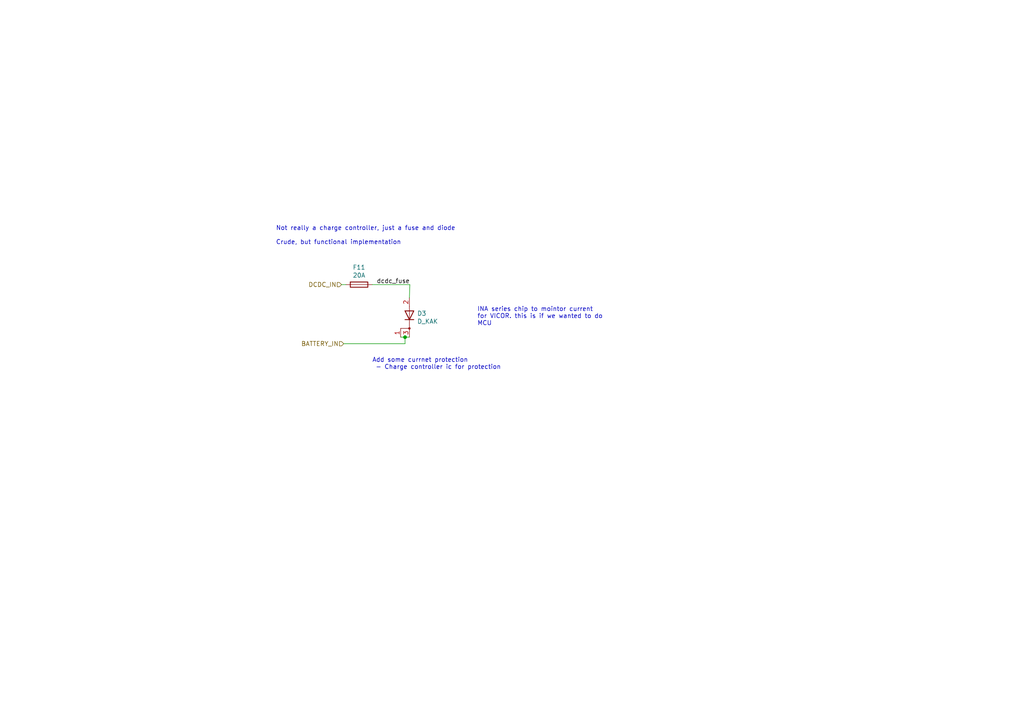
<source format=kicad_sch>
(kicad_sch (version 20211123) (generator eeschema)
  (paper "A4")
  (lib_symbols
    (symbol "Device:D_KAK" (pin_names (offset 0) hide)
      (property "Reference" "D" (at 0 2.54 0))
      (property "Value" "D_KAK" (at 0 -2.54 0))
      (symbol "D_KAK_0_1"
        (circle (center -3.81 0) (radius 0.254) (fill (type outline)))
        (polyline (pts (xy -1.27 1.27) (xy -1.27 -1.27)) (stroke (width 0.254)))
        (polyline (pts (xy -3.81 2.54) (xy -3.81 0) (xy 2.54 0)))
        (polyline (pts (xy 1.27 1.27) (xy 1.27 -1.27) (xy -1.27 0) (xy 1.27 1.27)) (stroke (width 0.254)))
      )
      (symbol "D_KAK_1_1"
        (pin passive line (at -6.35 2.54 0) (length 2.54) (name "K") (number "1"))
        (pin passive line (at 5.08 0 180) (length 2.54) (name "A") (number "2"))
        (pin passive line (at -6.35 0 0) (length 2.54) (name "K") (number "3"))
      )
    )
    (symbol "Device:Fuse" (pin_numbers hide) (pin_names (offset 0))
      (property "Reference" "F" (at 2.032 0 90))
      (property "Value" "Fuse" (at -1.905 0 90))
      (symbol "Fuse_0_1"
        (rectangle (start -0.762 -2.54) (end 0.762 2.54) (stroke (width 0.254)))
        (polyline (pts (xy 0 2.54) (xy 0 -2.54)))
      )
      (symbol "Fuse_1_1"
        (pin passive line (at 0 3.81 270) (length 1.27) (name "~") (number "1"))
        (pin passive line (at 0 -3.81 90) (length 1.27) (name "~") (number "2"))
      )
    )
  )
  (junction (at 117.475 97.79))
  (wire (pts (xy 107.95 82.55) (xy 118.872 82.55)))
  (wire (pts (xy 117.475 97.79) (xy 117.475 99.695)))
  (wire (pts (xy 117.475 99.695) (xy 99.695 99.695)))
  (wire (pts (xy 118.745 97.79) (xy 117.475 97.79)))
  (wire (pts (xy 99.06 82.55) (xy 100.33 82.55)))
  (wire (pts (xy 118.872 82.55) (xy 118.745 86.36)))
  (wire (pts (xy 116.205 97.79) (xy 117.475 97.79)))
  (text "Add some currnet protection\n - Charge controller ic for protection" (at 107.95 107.315 0) (effects (font (size 1.27 1.27)) (justify left bottom)))
  (text "Not really a charge controller, just a fuse and diode\n\nCrude, but functional implementation" (at 80.01 71.12 0) (effects (font (size 1.27 1.27)) (justify left bottom)))
  (text "INA series chip to mointor current\nfor VICOR. this is if we wanted to do \nMCU" (at 138.43 94.615 0) (effects (font (size 1.27 1.27)) (justify left bottom)))
  (label "dcdc_fuse" (at 118.872 82.55 180))
  (hierarchical_label "DCDC_IN" (shape input) (at 99.06 82.55 180))
  (hierarchical_label "BATTERY_IN" (shape input) (at 99.695 99.695 180))
  (symbol (lib_id "Device:Fuse") (at 104.14 82.55 270) (unit 1)
    (property "Reference" "F11" (at 104.14 77.5462 90))
    (property "Value" "20A" (at 104.14 79.8576 90))
    (property "Footprint" "AERO_Footprints:Fuseholder_Blade_Mini_Keystone_3568" (effects hide))
  )
  (symbol (lib_id "Device:D_KAK") (at 118.745 91.44 90) (unit 1)
    (property "Reference" "D3" (at 120.9802 90.9066 90) (effects (justify right)))
    (property "Value" "D_KAK" (at 120.9802 93.218 90) (effects (justify right)))
    (property "Footprint" "Package_TO_SOT_SMD:TO-252-2" (effects hide))
  )
)
</source>
